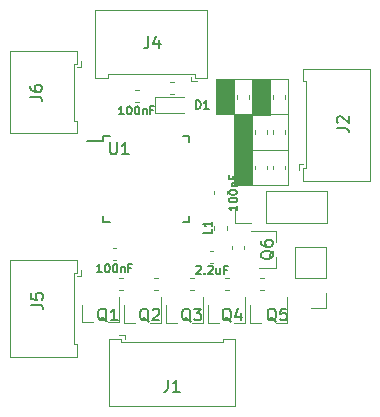
<source format=gbr>
G04 #@! TF.GenerationSoftware,KiCad,Pcbnew,(5.1.8-0-10_14)*
G04 #@! TF.CreationDate,2021-11-26T07:07:57-05:00*
G04 #@! TF.ProjectId,4809Rc,34383039-5263-42e6-9b69-6361645f7063,rev?*
G04 #@! TF.SameCoordinates,Original*
G04 #@! TF.FileFunction,Legend,Top*
G04 #@! TF.FilePolarity,Positive*
%FSLAX46Y46*%
G04 Gerber Fmt 4.6, Leading zero omitted, Abs format (unit mm)*
G04 Created by KiCad (PCBNEW (5.1.8-0-10_14)) date 2021-11-26 07:07:57*
%MOMM*%
%LPD*%
G01*
G04 APERTURE LIST*
%ADD10C,0.100000*%
%ADD11C,0.120000*%
%ADD12C,0.150000*%
G04 APERTURE END LIST*
D10*
G36*
X161975800Y-93230700D02*
G01*
X160489900Y-93230700D01*
X160489900Y-90246200D01*
X161975800Y-90246200D01*
X161975800Y-93230700D01*
G37*
X161975800Y-93230700D02*
X160489900Y-93230700D01*
X160489900Y-90246200D01*
X161975800Y-90246200D01*
X161975800Y-93230700D01*
G36*
X161975800Y-90233500D02*
G01*
X160489900Y-90233500D01*
X160489900Y-87249000D01*
X161975800Y-87249000D01*
X161975800Y-90233500D01*
G37*
X161975800Y-90233500D02*
X160489900Y-90233500D01*
X160489900Y-87249000D01*
X161975800Y-87249000D01*
X161975800Y-90233500D01*
G36*
X160464500Y-87249000D02*
G01*
X158978600Y-87249000D01*
X158978600Y-84264500D01*
X160464500Y-84264500D01*
X160464500Y-87249000D01*
G37*
X160464500Y-87249000D02*
X158978600Y-87249000D01*
X158978600Y-84264500D01*
X160464500Y-84264500D01*
X160464500Y-87249000D01*
G36*
X163525200Y-87261700D02*
G01*
X162039300Y-87261700D01*
X162039300Y-84277200D01*
X163525200Y-84277200D01*
X163525200Y-87261700D01*
G37*
X163525200Y-87261700D02*
X162039300Y-87261700D01*
X162039300Y-84277200D01*
X163525200Y-84277200D01*
X163525200Y-87261700D01*
D11*
X165011100Y-90233500D02*
X160515300Y-90233500D01*
X165011100Y-87236300D02*
X165011100Y-90233500D01*
X165011100Y-93218000D02*
X165011100Y-87236300D01*
X160489900Y-93218000D02*
X165011100Y-93218000D01*
X160489900Y-87274400D02*
X160489900Y-93218000D01*
X162026600Y-87249000D02*
X162026600Y-84289900D01*
X159016700Y-87249000D02*
X159016700Y-84264500D01*
X165011100Y-87249000D02*
X159016700Y-87249000D01*
X165011100Y-84264500D02*
X165011100Y-87249000D01*
X159016700Y-84264500D02*
X165011100Y-84264500D01*
X168296900Y-103679300D02*
X166966900Y-103679300D01*
X168296900Y-102349300D02*
X168296900Y-103679300D01*
X168296900Y-101079300D02*
X165636900Y-101079300D01*
X165636900Y-101079300D02*
X165636900Y-98479300D01*
X168296900Y-101079300D02*
X168296900Y-98479300D01*
X168296900Y-98479300D02*
X165636900Y-98479300D01*
X151222900Y-106253900D02*
X151222900Y-105953900D01*
X151222900Y-105953900D02*
X150722900Y-105953900D01*
X155222900Y-106543900D02*
X150932900Y-106543900D01*
X150932900Y-106543900D02*
X150932900Y-106243900D01*
X150932900Y-106243900D02*
X149862900Y-106243900D01*
X149862900Y-106243900D02*
X149862900Y-111963900D01*
X149862900Y-111963900D02*
X155222900Y-111963900D01*
X155222900Y-106543900D02*
X159512900Y-106543900D01*
X159512900Y-106543900D02*
X159512900Y-106243900D01*
X159512900Y-106243900D02*
X160582900Y-106243900D01*
X160582900Y-106243900D02*
X160582900Y-111963900D01*
X160582900Y-111963900D02*
X155222900Y-111963900D01*
X154048679Y-102135400D02*
X153723121Y-102135400D01*
X154048679Y-101115400D02*
X153723121Y-101115400D01*
D12*
X149410000Y-89085000D02*
X149410000Y-89510000D01*
X156660000Y-89085000D02*
X156660000Y-89610000D01*
X156660000Y-96335000D02*
X156660000Y-95810000D01*
X149410000Y-96335000D02*
X149410000Y-95810000D01*
X149410000Y-89085000D02*
X149935000Y-89085000D01*
X149410000Y-96335000D02*
X149935000Y-96335000D01*
X156660000Y-96335000D02*
X156135000Y-96335000D01*
X156660000Y-89085000D02*
X156135000Y-89085000D01*
X149410000Y-89510000D02*
X148035000Y-89510000D01*
D11*
X155407579Y-85498400D02*
X155082021Y-85498400D01*
X155407579Y-84478400D02*
X155082021Y-84478400D01*
X168309600Y-96414900D02*
X168309600Y-93754900D01*
X163169600Y-96414900D02*
X168309600Y-96414900D01*
X163169600Y-93754900D02*
X168309600Y-93754900D01*
X163169600Y-96414900D02*
X163169600Y-93754900D01*
X161899600Y-96414900D02*
X160569600Y-96414900D01*
X160569600Y-96414900D02*
X160569600Y-95084900D01*
X147200000Y-100930900D02*
X147500000Y-100930900D01*
X147500000Y-100930900D02*
X147500000Y-100430900D01*
X146910000Y-103680900D02*
X146910000Y-100640900D01*
X146910000Y-100640900D02*
X147210000Y-100640900D01*
X147210000Y-100640900D02*
X147210000Y-99570900D01*
X147210000Y-99570900D02*
X141490000Y-99570900D01*
X141490000Y-99570900D02*
X141490000Y-103680900D01*
X146910000Y-103680900D02*
X146910000Y-106720900D01*
X146910000Y-106720900D02*
X147210000Y-106720900D01*
X147210000Y-106720900D02*
X147210000Y-107790900D01*
X147210000Y-107790900D02*
X141490000Y-107790900D01*
X141490000Y-107790900D02*
X141490000Y-103680900D01*
X166286800Y-91486800D02*
X165986800Y-91486800D01*
X165986800Y-91486800D02*
X165986800Y-91986800D01*
X166576800Y-88111800D02*
X166576800Y-91776800D01*
X166576800Y-91776800D02*
X166276800Y-91776800D01*
X166276800Y-91776800D02*
X166276800Y-92846800D01*
X166276800Y-92846800D02*
X171996800Y-92846800D01*
X171996800Y-92846800D02*
X171996800Y-88111800D01*
X166576800Y-88111800D02*
X166576800Y-84446800D01*
X166576800Y-84446800D02*
X166276800Y-84446800D01*
X166276800Y-84446800D02*
X166276800Y-83376800D01*
X166276800Y-83376800D02*
X171996800Y-83376800D01*
X171996800Y-83376800D02*
X171996800Y-88111800D01*
X164056600Y-100259000D02*
X164056600Y-99329000D01*
X164056600Y-97099000D02*
X164056600Y-98029000D01*
X164056600Y-97099000D02*
X161896600Y-97099000D01*
X164056600Y-100259000D02*
X162596600Y-100259000D01*
X164784500Y-91582021D02*
X164784500Y-91907579D01*
X163764500Y-91582021D02*
X163764500Y-91907579D01*
X163260500Y-88584821D02*
X163260500Y-88910379D01*
X162240500Y-88584821D02*
X162240500Y-88910379D01*
X163764500Y-88910379D02*
X163764500Y-88584821D01*
X164784500Y-88910379D02*
X164784500Y-88584821D01*
X161787300Y-85587621D02*
X161787300Y-85913179D01*
X160767300Y-85587621D02*
X160767300Y-85913179D01*
X159243300Y-85913179D02*
X159243300Y-85587621D01*
X160263300Y-85913179D02*
X160263300Y-85587621D01*
X147594200Y-104861900D02*
X148524200Y-104861900D01*
X150754200Y-104861900D02*
X149824200Y-104861900D01*
X150754200Y-104861900D02*
X150754200Y-102701900D01*
X147594200Y-104861900D02*
X147594200Y-103401900D01*
X147200000Y-83252500D02*
X147500000Y-83252500D01*
X147500000Y-83252500D02*
X147500000Y-82752500D01*
X146910000Y-85377500D02*
X146910000Y-82962500D01*
X146910000Y-82962500D02*
X147210000Y-82962500D01*
X147210000Y-82962500D02*
X147210000Y-81892500D01*
X147210000Y-81892500D02*
X141490000Y-81892500D01*
X141490000Y-81892500D02*
X141490000Y-85377500D01*
X146910000Y-85377500D02*
X146910000Y-87792500D01*
X146910000Y-87792500D02*
X147210000Y-87792500D01*
X147210000Y-87792500D02*
X147210000Y-88862500D01*
X147210000Y-88862500D02*
X141490000Y-88862500D01*
X141490000Y-88862500D02*
X141490000Y-85377500D01*
X157058579Y-102135400D02*
X156733021Y-102135400D01*
X157058579Y-101115400D02*
X156733021Y-101115400D01*
X154693500Y-104874600D02*
X155623500Y-104874600D01*
X157853500Y-104874600D02*
X156923500Y-104874600D01*
X157853500Y-104874600D02*
X157853500Y-102714600D01*
X154693500Y-104874600D02*
X154693500Y-103414600D01*
X151038779Y-102135400D02*
X150713221Y-102135400D01*
X151038779Y-101115400D02*
X150713221Y-101115400D01*
X156853700Y-84119100D02*
X156853700Y-84419100D01*
X156853700Y-84419100D02*
X157353700Y-84419100D01*
X153478700Y-83829100D02*
X157143700Y-83829100D01*
X157143700Y-83829100D02*
X157143700Y-84129100D01*
X157143700Y-84129100D02*
X158213700Y-84129100D01*
X158213700Y-84129100D02*
X158213700Y-78409100D01*
X158213700Y-78409100D02*
X153478700Y-78409100D01*
X153478700Y-83829100D02*
X149813700Y-83829100D01*
X149813700Y-83829100D02*
X149813700Y-84129100D01*
X149813700Y-84129100D02*
X148743700Y-84129100D01*
X148743700Y-84129100D02*
X148743700Y-78409100D01*
X148743700Y-78409100D02*
X153478700Y-78409100D01*
X150192521Y-98537300D02*
X150518079Y-98537300D01*
X150192521Y-99557300D02*
X150518079Y-99557300D01*
X158409421Y-98816700D02*
X158734979Y-98816700D01*
X158409421Y-99836700D02*
X158734979Y-99836700D01*
X158824200Y-94015779D02*
X158824200Y-93690221D01*
X159844200Y-94015779D02*
X159844200Y-93690221D01*
X164784500Y-85587621D02*
X164784500Y-85913179D01*
X163764500Y-85587621D02*
X163764500Y-85913179D01*
X162240500Y-91907579D02*
X162240500Y-91582021D01*
X163260500Y-91907579D02*
X163260500Y-91582021D01*
X161342800Y-98351121D02*
X161342800Y-98676679D01*
X160322800Y-98351121D02*
X160322800Y-98676679D01*
X163027579Y-102148100D02*
X162702021Y-102148100D01*
X163027579Y-101128100D02*
X162702021Y-101128100D01*
X160043079Y-102135400D02*
X159717521Y-102135400D01*
X160043079Y-101115400D02*
X159717521Y-101115400D01*
X151137500Y-104874600D02*
X152067500Y-104874600D01*
X154297500Y-104874600D02*
X153367500Y-104874600D01*
X154297500Y-104874600D02*
X154297500Y-102714600D01*
X151137500Y-104874600D02*
X151137500Y-103414600D01*
X161792800Y-104874600D02*
X162722800Y-104874600D01*
X164952800Y-104874600D02*
X164022800Y-104874600D01*
X164952800Y-104874600D02*
X164952800Y-102714600D01*
X161792800Y-104874600D02*
X161792800Y-103414600D01*
X158249500Y-104874600D02*
X159179500Y-104874600D01*
X161409500Y-104874600D02*
X160479500Y-104874600D01*
X161409500Y-104874600D02*
X161409500Y-102714600D01*
X158249500Y-104874600D02*
X158249500Y-103414600D01*
X158824200Y-97012979D02*
X158824200Y-96687421D01*
X159844200Y-97012979D02*
X159844200Y-96687421D01*
X156248000Y-85751200D02*
X153763000Y-85751200D01*
X153763000Y-85751200D02*
X153763000Y-87121200D01*
X153763000Y-87121200D02*
X156248000Y-87121200D01*
X152395139Y-86212140D02*
X152069581Y-86212140D01*
X152395139Y-85192140D02*
X152069581Y-85192140D01*
X162265900Y-85913179D02*
X162265900Y-85587621D01*
X163285900Y-85913179D02*
X163285900Y-85587621D01*
X160716500Y-91907579D02*
X160716500Y-91582021D01*
X161736500Y-91907579D02*
X161736500Y-91582021D01*
X161736500Y-88584821D02*
X161736500Y-88910379D01*
X160716500Y-88584821D02*
X160716500Y-88910379D01*
D12*
X154888606Y-109734100D02*
X154888606Y-110448386D01*
X154840987Y-110591243D01*
X154745749Y-110686481D01*
X154602892Y-110734100D01*
X154507654Y-110734100D01*
X155888606Y-110734100D02*
X155317178Y-110734100D01*
X155602892Y-110734100D02*
X155602892Y-109734100D01*
X155507654Y-109876958D01*
X155412416Y-109972196D01*
X155317178Y-110019815D01*
X149987095Y-89622380D02*
X149987095Y-90431904D01*
X150034714Y-90527142D01*
X150082333Y-90574761D01*
X150177571Y-90622380D01*
X150368047Y-90622380D01*
X150463285Y-90574761D01*
X150510904Y-90527142D01*
X150558523Y-90431904D01*
X150558523Y-89622380D01*
X151558523Y-90622380D02*
X150987095Y-90622380D01*
X151272809Y-90622380D02*
X151272809Y-89622380D01*
X151177571Y-89765238D01*
X151082333Y-89860476D01*
X150987095Y-89908095D01*
X143305280Y-103355733D02*
X144019566Y-103355733D01*
X144162423Y-103403352D01*
X144257661Y-103498590D01*
X144305280Y-103641447D01*
X144305280Y-103736685D01*
X143305280Y-102403352D02*
X143305280Y-102879542D01*
X143781471Y-102927161D01*
X143733852Y-102879542D01*
X143686233Y-102784304D01*
X143686233Y-102546209D01*
X143733852Y-102450971D01*
X143781471Y-102403352D01*
X143876709Y-102355733D01*
X144114804Y-102355733D01*
X144210042Y-102403352D01*
X144257661Y-102450971D01*
X144305280Y-102546209D01*
X144305280Y-102784304D01*
X144257661Y-102879542D01*
X144210042Y-102927161D01*
X169175180Y-88395133D02*
X169889466Y-88395133D01*
X170032323Y-88442752D01*
X170127561Y-88537990D01*
X170175180Y-88680847D01*
X170175180Y-88776085D01*
X169270419Y-87966561D02*
X169222800Y-87918942D01*
X169175180Y-87823704D01*
X169175180Y-87585609D01*
X169222800Y-87490371D01*
X169270419Y-87442752D01*
X169365657Y-87395133D01*
X169460895Y-87395133D01*
X169603752Y-87442752D01*
X170175180Y-88014180D01*
X170175180Y-87395133D01*
X163844219Y-98774238D02*
X163796600Y-98869476D01*
X163701361Y-98964714D01*
X163558504Y-99107571D01*
X163510885Y-99202809D01*
X163510885Y-99298047D01*
X163748980Y-99250428D02*
X163701361Y-99345666D01*
X163606123Y-99440904D01*
X163415647Y-99488523D01*
X163082314Y-99488523D01*
X162891838Y-99440904D01*
X162796600Y-99345666D01*
X162748980Y-99250428D01*
X162748980Y-99059952D01*
X162796600Y-98964714D01*
X162891838Y-98869476D01*
X163082314Y-98821857D01*
X163415647Y-98821857D01*
X163606123Y-98869476D01*
X163701361Y-98964714D01*
X163748980Y-99059952D01*
X163748980Y-99250428D01*
X162748980Y-97964714D02*
X162748980Y-98155190D01*
X162796600Y-98250428D01*
X162844219Y-98298047D01*
X162987076Y-98393285D01*
X163177552Y-98440904D01*
X163558504Y-98440904D01*
X163653742Y-98393285D01*
X163701361Y-98345666D01*
X163748980Y-98250428D01*
X163748980Y-98059952D01*
X163701361Y-97964714D01*
X163653742Y-97917095D01*
X163558504Y-97869476D01*
X163320409Y-97869476D01*
X163225171Y-97917095D01*
X163177552Y-97964714D01*
X163129933Y-98059952D01*
X163129933Y-98250428D01*
X163177552Y-98345666D01*
X163225171Y-98393285D01*
X163320409Y-98440904D01*
X149713961Y-104776519D02*
X149618723Y-104728900D01*
X149523485Y-104633661D01*
X149380628Y-104490804D01*
X149285390Y-104443185D01*
X149190152Y-104443185D01*
X149237771Y-104681280D02*
X149142533Y-104633661D01*
X149047295Y-104538423D01*
X148999676Y-104347947D01*
X148999676Y-104014614D01*
X149047295Y-103824138D01*
X149142533Y-103728900D01*
X149237771Y-103681280D01*
X149428247Y-103681280D01*
X149523485Y-103728900D01*
X149618723Y-103824138D01*
X149666342Y-104014614D01*
X149666342Y-104347947D01*
X149618723Y-104538423D01*
X149523485Y-104633661D01*
X149428247Y-104681280D01*
X149237771Y-104681280D01*
X150618723Y-104681280D02*
X150047295Y-104681280D01*
X150333009Y-104681280D02*
X150333009Y-103681280D01*
X150237771Y-103824138D01*
X150142533Y-103919376D01*
X150047295Y-103966995D01*
X143216380Y-85740833D02*
X143930666Y-85740833D01*
X144073523Y-85788452D01*
X144168761Y-85883690D01*
X144216380Y-86026547D01*
X144216380Y-86121785D01*
X143216380Y-84836071D02*
X143216380Y-85026547D01*
X143264000Y-85121785D01*
X143311619Y-85169404D01*
X143454476Y-85264642D01*
X143644952Y-85312261D01*
X144025904Y-85312261D01*
X144121142Y-85264642D01*
X144168761Y-85217023D01*
X144216380Y-85121785D01*
X144216380Y-84931309D01*
X144168761Y-84836071D01*
X144121142Y-84788452D01*
X144025904Y-84740833D01*
X143787809Y-84740833D01*
X143692571Y-84788452D01*
X143644952Y-84836071D01*
X143597333Y-84931309D01*
X143597333Y-85121785D01*
X143644952Y-85217023D01*
X143692571Y-85264642D01*
X143787809Y-85312261D01*
X156813261Y-104789219D02*
X156718023Y-104741600D01*
X156622785Y-104646361D01*
X156479928Y-104503504D01*
X156384690Y-104455885D01*
X156289452Y-104455885D01*
X156337071Y-104693980D02*
X156241833Y-104646361D01*
X156146595Y-104551123D01*
X156098976Y-104360647D01*
X156098976Y-104027314D01*
X156146595Y-103836838D01*
X156241833Y-103741600D01*
X156337071Y-103693980D01*
X156527547Y-103693980D01*
X156622785Y-103741600D01*
X156718023Y-103836838D01*
X156765642Y-104027314D01*
X156765642Y-104360647D01*
X156718023Y-104551123D01*
X156622785Y-104646361D01*
X156527547Y-104693980D01*
X156337071Y-104693980D01*
X157098976Y-103693980D02*
X157718023Y-103693980D01*
X157384690Y-104074933D01*
X157527547Y-104074933D01*
X157622785Y-104122552D01*
X157670404Y-104170171D01*
X157718023Y-104265409D01*
X157718023Y-104503504D01*
X157670404Y-104598742D01*
X157622785Y-104646361D01*
X157527547Y-104693980D01*
X157241833Y-104693980D01*
X157146595Y-104646361D01*
X157098976Y-104598742D01*
X153222366Y-80643480D02*
X153222366Y-81357766D01*
X153174747Y-81500623D01*
X153079509Y-81595861D01*
X152936652Y-81643480D01*
X152841414Y-81643480D01*
X154127128Y-80976814D02*
X154127128Y-81643480D01*
X153889033Y-80595861D02*
X153650938Y-81310147D01*
X154269985Y-81310147D01*
X149274506Y-100616186D02*
X148874506Y-100616186D01*
X149074506Y-100616186D02*
X149074506Y-99916186D01*
X149007840Y-100016186D01*
X148941173Y-100082853D01*
X148874506Y-100116186D01*
X149707840Y-99916186D02*
X149774506Y-99916186D01*
X149841173Y-99949520D01*
X149874506Y-99982853D01*
X149907840Y-100049520D01*
X149941173Y-100182853D01*
X149941173Y-100349520D01*
X149907840Y-100482853D01*
X149874506Y-100549520D01*
X149841173Y-100582853D01*
X149774506Y-100616186D01*
X149707840Y-100616186D01*
X149641173Y-100582853D01*
X149607840Y-100549520D01*
X149574506Y-100482853D01*
X149541173Y-100349520D01*
X149541173Y-100182853D01*
X149574506Y-100049520D01*
X149607840Y-99982853D01*
X149641173Y-99949520D01*
X149707840Y-99916186D01*
X150374506Y-99916186D02*
X150441173Y-99916186D01*
X150507840Y-99949520D01*
X150541173Y-99982853D01*
X150574506Y-100049520D01*
X150607840Y-100182853D01*
X150607840Y-100349520D01*
X150574506Y-100482853D01*
X150541173Y-100549520D01*
X150507840Y-100582853D01*
X150441173Y-100616186D01*
X150374506Y-100616186D01*
X150307840Y-100582853D01*
X150274506Y-100549520D01*
X150241173Y-100482853D01*
X150207840Y-100349520D01*
X150207840Y-100182853D01*
X150241173Y-100049520D01*
X150274506Y-99982853D01*
X150307840Y-99949520D01*
X150374506Y-99916186D01*
X150907840Y-100149520D02*
X150907840Y-100616186D01*
X150907840Y-100216186D02*
X150941173Y-100182853D01*
X151007840Y-100149520D01*
X151107840Y-100149520D01*
X151174506Y-100182853D01*
X151207840Y-100249520D01*
X151207840Y-100616186D01*
X151774506Y-100249520D02*
X151541173Y-100249520D01*
X151541173Y-100616186D02*
X151541173Y-99916186D01*
X151874506Y-99916186D01*
X157293633Y-100122553D02*
X157326966Y-100089220D01*
X157393633Y-100055886D01*
X157560300Y-100055886D01*
X157626966Y-100089220D01*
X157660300Y-100122553D01*
X157693633Y-100189220D01*
X157693633Y-100255886D01*
X157660300Y-100355886D01*
X157260300Y-100755886D01*
X157693633Y-100755886D01*
X157993633Y-100689220D02*
X158026966Y-100722553D01*
X157993633Y-100755886D01*
X157960300Y-100722553D01*
X157993633Y-100689220D01*
X157993633Y-100755886D01*
X158293633Y-100122553D02*
X158326966Y-100089220D01*
X158393633Y-100055886D01*
X158560300Y-100055886D01*
X158626966Y-100089220D01*
X158660300Y-100122553D01*
X158693633Y-100189220D01*
X158693633Y-100255886D01*
X158660300Y-100355886D01*
X158260300Y-100755886D01*
X158693633Y-100755886D01*
X159293633Y-100289220D02*
X159293633Y-100755886D01*
X158993633Y-100289220D02*
X158993633Y-100655886D01*
X159026966Y-100722553D01*
X159093633Y-100755886D01*
X159193633Y-100755886D01*
X159260300Y-100722553D01*
X159293633Y-100689220D01*
X159860300Y-100389220D02*
X159626966Y-100389220D01*
X159626966Y-100755886D02*
X159626966Y-100055886D01*
X159960300Y-100055886D01*
X160737986Y-94961733D02*
X160737986Y-95361733D01*
X160737986Y-95161733D02*
X160037986Y-95161733D01*
X160137986Y-95228400D01*
X160204653Y-95295066D01*
X160237986Y-95361733D01*
X160037986Y-94528400D02*
X160037986Y-94461733D01*
X160071320Y-94395066D01*
X160104653Y-94361733D01*
X160171320Y-94328400D01*
X160304653Y-94295066D01*
X160471320Y-94295066D01*
X160604653Y-94328400D01*
X160671320Y-94361733D01*
X160704653Y-94395066D01*
X160737986Y-94461733D01*
X160737986Y-94528400D01*
X160704653Y-94595066D01*
X160671320Y-94628400D01*
X160604653Y-94661733D01*
X160471320Y-94695066D01*
X160304653Y-94695066D01*
X160171320Y-94661733D01*
X160104653Y-94628400D01*
X160071320Y-94595066D01*
X160037986Y-94528400D01*
X160037986Y-93861733D02*
X160037986Y-93795066D01*
X160071320Y-93728400D01*
X160104653Y-93695066D01*
X160171320Y-93661733D01*
X160304653Y-93628400D01*
X160471320Y-93628400D01*
X160604653Y-93661733D01*
X160671320Y-93695066D01*
X160704653Y-93728400D01*
X160737986Y-93795066D01*
X160737986Y-93861733D01*
X160704653Y-93928400D01*
X160671320Y-93961733D01*
X160604653Y-93995066D01*
X160471320Y-94028400D01*
X160304653Y-94028400D01*
X160171320Y-93995066D01*
X160104653Y-93961733D01*
X160071320Y-93928400D01*
X160037986Y-93861733D01*
X160271320Y-93328400D02*
X160737986Y-93328400D01*
X160337986Y-93328400D02*
X160304653Y-93295066D01*
X160271320Y-93228400D01*
X160271320Y-93128400D01*
X160304653Y-93061733D01*
X160371320Y-93028400D01*
X160737986Y-93028400D01*
X160371320Y-92461733D02*
X160371320Y-92695066D01*
X160737986Y-92695066D02*
X160037986Y-92695066D01*
X160037986Y-92361733D01*
X153257261Y-104789219D02*
X153162023Y-104741600D01*
X153066785Y-104646361D01*
X152923928Y-104503504D01*
X152828690Y-104455885D01*
X152733452Y-104455885D01*
X152781071Y-104693980D02*
X152685833Y-104646361D01*
X152590595Y-104551123D01*
X152542976Y-104360647D01*
X152542976Y-104027314D01*
X152590595Y-103836838D01*
X152685833Y-103741600D01*
X152781071Y-103693980D01*
X152971547Y-103693980D01*
X153066785Y-103741600D01*
X153162023Y-103836838D01*
X153209642Y-104027314D01*
X153209642Y-104360647D01*
X153162023Y-104551123D01*
X153066785Y-104646361D01*
X152971547Y-104693980D01*
X152781071Y-104693980D01*
X153590595Y-103789219D02*
X153638214Y-103741600D01*
X153733452Y-103693980D01*
X153971547Y-103693980D01*
X154066785Y-103741600D01*
X154114404Y-103789219D01*
X154162023Y-103884457D01*
X154162023Y-103979695D01*
X154114404Y-104122552D01*
X153542976Y-104693980D01*
X154162023Y-104693980D01*
X164039561Y-104789219D02*
X163944323Y-104741600D01*
X163849085Y-104646361D01*
X163706228Y-104503504D01*
X163610990Y-104455885D01*
X163515752Y-104455885D01*
X163563371Y-104693980D02*
X163468133Y-104646361D01*
X163372895Y-104551123D01*
X163325276Y-104360647D01*
X163325276Y-104027314D01*
X163372895Y-103836838D01*
X163468133Y-103741600D01*
X163563371Y-103693980D01*
X163753847Y-103693980D01*
X163849085Y-103741600D01*
X163944323Y-103836838D01*
X163991942Y-104027314D01*
X163991942Y-104360647D01*
X163944323Y-104551123D01*
X163849085Y-104646361D01*
X163753847Y-104693980D01*
X163563371Y-104693980D01*
X164896704Y-103693980D02*
X164420514Y-103693980D01*
X164372895Y-104170171D01*
X164420514Y-104122552D01*
X164515752Y-104074933D01*
X164753847Y-104074933D01*
X164849085Y-104122552D01*
X164896704Y-104170171D01*
X164944323Y-104265409D01*
X164944323Y-104503504D01*
X164896704Y-104598742D01*
X164849085Y-104646361D01*
X164753847Y-104693980D01*
X164515752Y-104693980D01*
X164420514Y-104646361D01*
X164372895Y-104598742D01*
X160242261Y-104789219D02*
X160147023Y-104741600D01*
X160051785Y-104646361D01*
X159908928Y-104503504D01*
X159813690Y-104455885D01*
X159718452Y-104455885D01*
X159766071Y-104693980D02*
X159670833Y-104646361D01*
X159575595Y-104551123D01*
X159527976Y-104360647D01*
X159527976Y-104027314D01*
X159575595Y-103836838D01*
X159670833Y-103741600D01*
X159766071Y-103693980D01*
X159956547Y-103693980D01*
X160051785Y-103741600D01*
X160147023Y-103836838D01*
X160194642Y-104027314D01*
X160194642Y-104360647D01*
X160147023Y-104551123D01*
X160051785Y-104646361D01*
X159956547Y-104693980D01*
X159766071Y-104693980D01*
X161051785Y-104027314D02*
X161051785Y-104693980D01*
X160813690Y-103646361D02*
X160575595Y-104360647D01*
X161194642Y-104360647D01*
X158584066Y-96933846D02*
X158584066Y-97267180D01*
X157884066Y-97267180D01*
X158584066Y-96333846D02*
X158584066Y-96733846D01*
X158584066Y-96533846D02*
X157884066Y-96533846D01*
X157984066Y-96600513D01*
X158050733Y-96667180D01*
X158084066Y-96733846D01*
X157255433Y-86765566D02*
X157255433Y-86065566D01*
X157422100Y-86065566D01*
X157522100Y-86098900D01*
X157588766Y-86165566D01*
X157622100Y-86232233D01*
X157655433Y-86365566D01*
X157655433Y-86465566D01*
X157622100Y-86598900D01*
X157588766Y-86665566D01*
X157522100Y-86732233D01*
X157422100Y-86765566D01*
X157255433Y-86765566D01*
X158322100Y-86765566D02*
X157922100Y-86765566D01*
X158122100Y-86765566D02*
X158122100Y-86065566D01*
X158055433Y-86165566D01*
X157988766Y-86232233D01*
X157922100Y-86265566D01*
X151138866Y-87253246D02*
X150738866Y-87253246D01*
X150938866Y-87253246D02*
X150938866Y-86553246D01*
X150872200Y-86653246D01*
X150805533Y-86719913D01*
X150738866Y-86753246D01*
X151572200Y-86553246D02*
X151638866Y-86553246D01*
X151705533Y-86586580D01*
X151738866Y-86619913D01*
X151772200Y-86686580D01*
X151805533Y-86819913D01*
X151805533Y-86986580D01*
X151772200Y-87119913D01*
X151738866Y-87186580D01*
X151705533Y-87219913D01*
X151638866Y-87253246D01*
X151572200Y-87253246D01*
X151505533Y-87219913D01*
X151472200Y-87186580D01*
X151438866Y-87119913D01*
X151405533Y-86986580D01*
X151405533Y-86819913D01*
X151438866Y-86686580D01*
X151472200Y-86619913D01*
X151505533Y-86586580D01*
X151572200Y-86553246D01*
X152238866Y-86553246D02*
X152305533Y-86553246D01*
X152372200Y-86586580D01*
X152405533Y-86619913D01*
X152438866Y-86686580D01*
X152472200Y-86819913D01*
X152472200Y-86986580D01*
X152438866Y-87119913D01*
X152405533Y-87186580D01*
X152372200Y-87219913D01*
X152305533Y-87253246D01*
X152238866Y-87253246D01*
X152172200Y-87219913D01*
X152138866Y-87186580D01*
X152105533Y-87119913D01*
X152072200Y-86986580D01*
X152072200Y-86819913D01*
X152105533Y-86686580D01*
X152138866Y-86619913D01*
X152172200Y-86586580D01*
X152238866Y-86553246D01*
X152772200Y-86786580D02*
X152772200Y-87253246D01*
X152772200Y-86853246D02*
X152805533Y-86819913D01*
X152872200Y-86786580D01*
X152972200Y-86786580D01*
X153038866Y-86819913D01*
X153072200Y-86886580D01*
X153072200Y-87253246D01*
X153638866Y-86886580D02*
X153405533Y-86886580D01*
X153405533Y-87253246D02*
X153405533Y-86553246D01*
X153738866Y-86553246D01*
M02*

</source>
